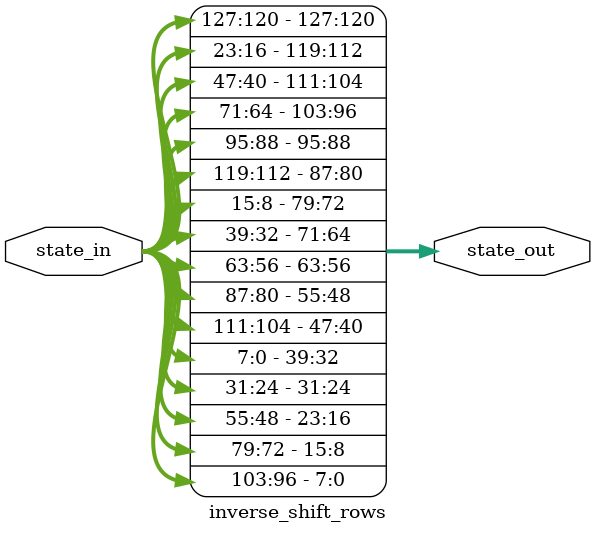
<source format=v>
`timescale 1ns / 1ps
module inverse_shift_rows(
    input [127:0] state_in,
    output [127:0] state_out
    );

	assign state_out[127:96] = {state_in[127:120], state_in[23:16], state_in[47:40], state_in[71:64]};
	assign state_out[95:64]  = {state_in[95:88], state_in[119:112], state_in[15:8], state_in[39:32]};
	assign state_out[63:32]  = {state_in[63:56], state_in[87:80], state_in[111:104], state_in[7:0]};
	assign state_out[31:0]   = {state_in[31:24], state_in[55:48], state_in[79:72], state_in[103:96]};
   

endmodule

</source>
